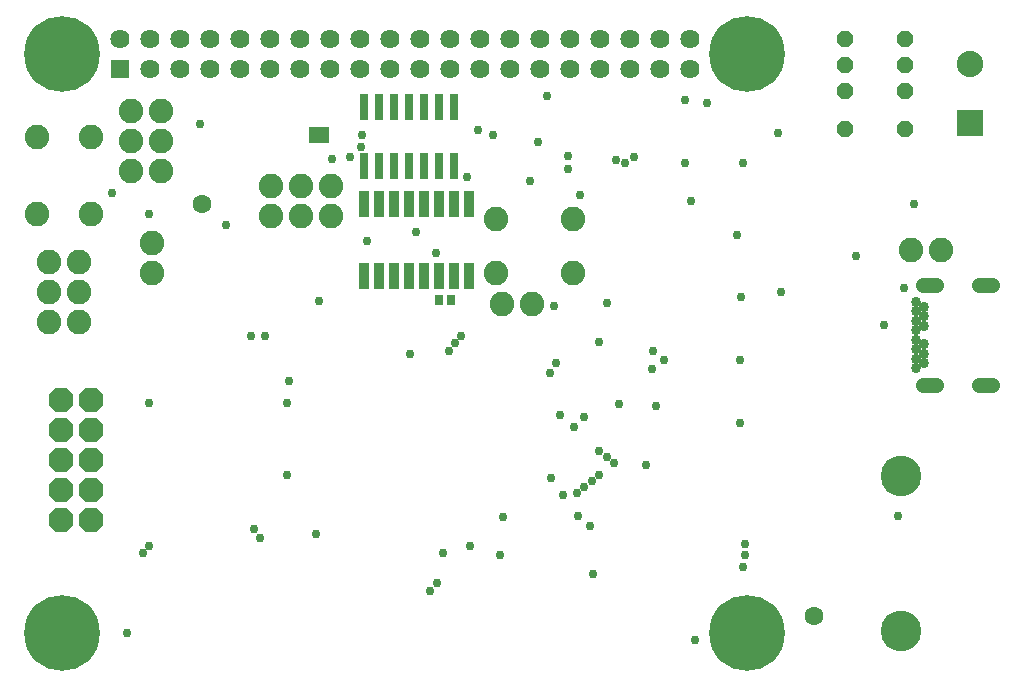
<source format=gbr>
G04 EAGLE Gerber RS-274X export*
G75*
%MOMM*%
%FSLAX34Y34*%
%LPD*%
%INSoldermask Bottom*%
%IPPOS*%
%AMOC8*
5,1,8,0,0,1.08239X$1,22.5*%
G01*
%ADD10C,6.403200*%
%ADD11R,1.625600X1.625600*%
%ADD12C,1.625600*%
%ADD13P,2.254402X8X112.500000*%
%ADD14C,2.082800*%
%ADD15C,3.439163*%
%ADD16C,1.253200*%
%ADD17C,0.856400*%
%ADD18R,2.235200X2.235200*%
%ADD19C,2.235200*%
%ADD20P,1.507986X8X112.500000*%
%ADD21R,0.863600X2.235200*%
%ADD22R,0.803200X0.903200*%
%ADD23R,0.802300X2.171700*%
%ADD24R,0.838200X1.473200*%
%ADD25C,0.756400*%
%ADD26C,1.603200*%


D10*
X39260Y62340D03*
X619260Y62340D03*
X619260Y552340D03*
X39260Y552340D03*
D11*
X87960Y539640D03*
D12*
X113360Y539640D03*
X138760Y539640D03*
X164160Y539640D03*
X189560Y539640D03*
X214960Y539640D03*
X87960Y565040D03*
X113360Y565040D03*
X138760Y565040D03*
X164160Y565040D03*
X189560Y565040D03*
X214960Y565040D03*
X240360Y539640D03*
X240360Y565040D03*
X265760Y539640D03*
X291160Y539640D03*
X316560Y539640D03*
X341960Y539640D03*
X367360Y539640D03*
X392760Y539640D03*
X265760Y565040D03*
X291160Y565040D03*
X316560Y565040D03*
X341960Y565040D03*
X367360Y565040D03*
X392760Y565040D03*
X418160Y539640D03*
X418160Y565040D03*
X443560Y539640D03*
X468960Y539640D03*
X494360Y539640D03*
X519760Y539640D03*
X545160Y539640D03*
X570560Y539640D03*
X443560Y565040D03*
X468960Y565040D03*
X494360Y565040D03*
X519760Y565040D03*
X545160Y565040D03*
X570560Y565040D03*
D13*
X63500Y157480D03*
X38100Y157480D03*
X63500Y182880D03*
X38100Y182880D03*
X63500Y208280D03*
X38100Y208280D03*
X63500Y233680D03*
X38100Y233680D03*
X63500Y259080D03*
X38100Y259080D03*
D14*
X27940Y325120D03*
X53340Y325120D03*
X27940Y350520D03*
X53340Y350520D03*
X27940Y375920D03*
X53340Y375920D03*
X18034Y417068D03*
X18034Y482092D03*
X63246Y417068D03*
X63246Y482092D03*
D15*
X749780Y195199D03*
X749780Y63881D03*
D14*
X436880Y340360D03*
X411480Y340360D03*
D16*
X768378Y271752D02*
X778878Y271752D01*
X778878Y357152D02*
X768378Y357152D01*
X815678Y271752D02*
X826178Y271752D01*
X826178Y357152D02*
X815678Y357152D01*
D17*
X762128Y342452D03*
X769228Y338452D03*
X769228Y330452D03*
X762128Y326452D03*
X769228Y322452D03*
X762128Y318452D03*
X762128Y310452D03*
X769228Y306452D03*
X762128Y302452D03*
X769228Y298452D03*
X769228Y290452D03*
X762128Y286452D03*
X762128Y294452D03*
X762128Y334452D03*
D14*
X783590Y386080D03*
X758190Y386080D03*
D18*
X807720Y494030D03*
D19*
X807720Y544030D03*
D20*
X753110Y488950D03*
X753110Y520950D03*
X753110Y542950D03*
X753110Y564950D03*
X702310Y564950D03*
X702310Y542950D03*
X702310Y520950D03*
X702310Y488950D03*
D14*
X97790Y504190D03*
X123190Y504190D03*
X97790Y478790D03*
X123190Y478790D03*
X97790Y453390D03*
X123190Y453390D03*
X115570Y367030D03*
X115570Y392430D03*
D21*
X294640Y425704D03*
X294640Y364236D03*
X307340Y425704D03*
X320040Y425704D03*
X307340Y364236D03*
X320040Y364236D03*
X332740Y425704D03*
X332740Y364236D03*
X345440Y425704D03*
X345440Y364236D03*
X358140Y425704D03*
X370840Y425704D03*
X358140Y364236D03*
X370840Y364236D03*
X383540Y425704D03*
X383540Y364236D03*
D22*
X368220Y344170D03*
X358220Y344170D03*
D23*
X294640Y507334D03*
X307340Y507334D03*
X320040Y507334D03*
X332740Y507334D03*
X345440Y507334D03*
X358140Y507334D03*
X370840Y507334D03*
X370840Y457866D03*
X358140Y457866D03*
X345440Y457866D03*
X332740Y457866D03*
X320040Y457866D03*
X307340Y457866D03*
X294640Y457866D03*
D14*
X406908Y412496D03*
X471932Y412496D03*
X406908Y367284D03*
X471932Y367284D03*
X266700Y440690D03*
X266700Y415290D03*
X241300Y440690D03*
X241300Y415290D03*
X215900Y440690D03*
X215900Y415290D03*
D24*
X252476Y483870D03*
X260604Y483870D03*
D25*
X711200Y381000D03*
X585470Y510540D03*
X334010Y298450D03*
X229870Y195580D03*
X412750Y160020D03*
X355600Y383540D03*
X177800Y407670D03*
X453390Y193040D03*
X538480Y285750D03*
X156210Y492760D03*
X81280Y434340D03*
X435610Y444500D03*
X455930Y339090D03*
X254000Y146050D03*
X645160Y485140D03*
X199390Y313690D03*
X617220Y128270D03*
D26*
X157480Y425450D03*
D25*
X391160Y487680D03*
X647700Y350520D03*
X461010Y246380D03*
X571500Y427990D03*
X467360Y454660D03*
X515620Y459740D03*
X488950Y111760D03*
X410210Y128270D03*
X481330Y245110D03*
X457200Y290830D03*
X452120Y281940D03*
X472440Y236220D03*
X613410Y240030D03*
X533400Y204470D03*
X751840Y354330D03*
X229870Y256540D03*
X113030Y256540D03*
X610870Y398780D03*
X510540Y256020D03*
X506730Y205740D03*
X613636Y346710D03*
X539750Y300990D03*
X613410Y293370D03*
X494030Y195580D03*
X376908Y313690D03*
X372110Y307340D03*
X487680Y190500D03*
X367030Y300990D03*
X481330Y185420D03*
X500380Y210820D03*
X500380Y341630D03*
X494030Y215900D03*
X494030Y308610D03*
X548640Y293370D03*
X207010Y142240D03*
X542290Y254000D03*
X201930Y149860D03*
X566420Y459740D03*
X566420Y513080D03*
X449580Y516890D03*
X467360Y466316D03*
X508000Y462280D03*
X477520Y433070D03*
X403860Y483870D03*
X441960Y477520D03*
X615950Y459740D03*
X523240Y464820D03*
X361950Y129540D03*
X107950Y129540D03*
X384810Y135890D03*
X113030Y135890D03*
X256540Y342900D03*
X113030Y416560D03*
X615950Y118110D03*
X350520Y97790D03*
X356870Y104140D03*
X617220Y137160D03*
X735330Y322580D03*
X231140Y275590D03*
X463550Y179070D03*
X476250Y161290D03*
X210820Y313690D03*
X474980Y180340D03*
X486410Y152400D03*
D26*
X675640Y76200D03*
D25*
X293370Y483870D03*
X283210Y464820D03*
X339090Y401320D03*
X382270Y448310D03*
X267970Y463550D03*
X292100Y473710D03*
X297180Y393700D03*
X93980Y62230D03*
X574675Y56515D03*
X746760Y161290D03*
X760730Y425450D03*
M02*

</source>
